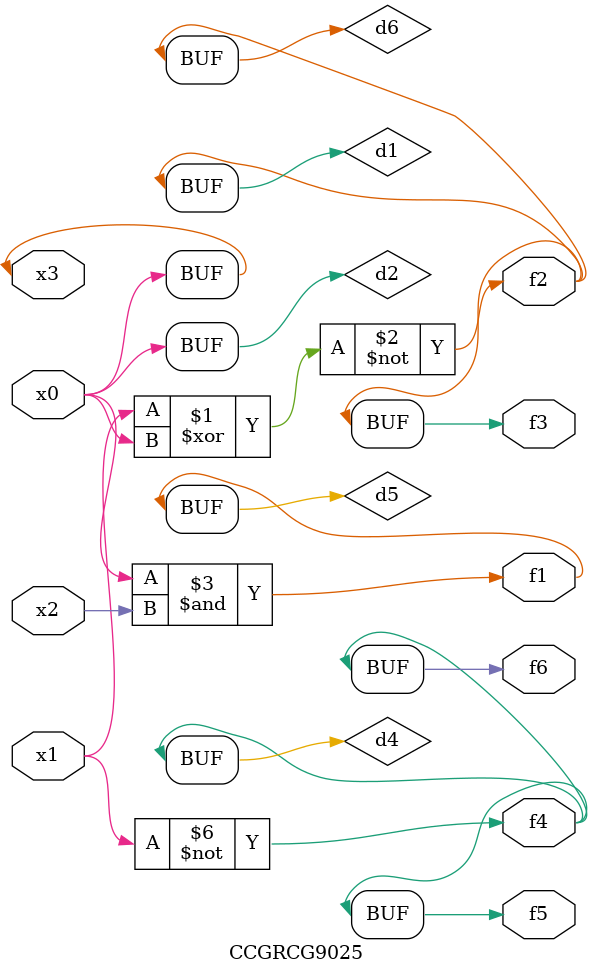
<source format=v>
module CCGRCG9025(
	input x0, x1, x2, x3,
	output f1, f2, f3, f4, f5, f6
);

	wire d1, d2, d3, d4, d5, d6;

	xnor (d1, x1, x3);
	buf (d2, x0, x3);
	nand (d3, x0, x2);
	not (d4, x1);
	nand (d5, d3);
	or (d6, d1);
	assign f1 = d5;
	assign f2 = d6;
	assign f3 = d6;
	assign f4 = d4;
	assign f5 = d4;
	assign f6 = d4;
endmodule

</source>
